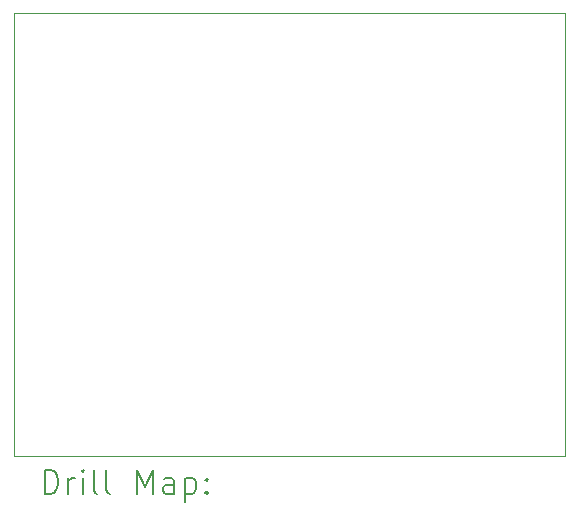
<source format=gbr>
%TF.GenerationSoftware,KiCad,Pcbnew,8.0.3*%
%TF.CreationDate,2025-06-24T11:22:06+03:00*%
%TF.ProjectId,Camera_24-22_Pin,43616d65-7261-45f3-9234-2d32325f5069,rev?*%
%TF.SameCoordinates,Original*%
%TF.FileFunction,Drillmap*%
%TF.FilePolarity,Positive*%
%FSLAX45Y45*%
G04 Gerber Fmt 4.5, Leading zero omitted, Abs format (unit mm)*
G04 Created by KiCad (PCBNEW 8.0.3) date 2025-06-24 11:22:06*
%MOMM*%
%LPD*%
G01*
G04 APERTURE LIST*
%ADD10C,0.100000*%
%ADD11C,0.200000*%
G04 APERTURE END LIST*
D10*
X14679000Y-7486000D02*
X19341000Y-7486000D01*
X19341000Y-11240000D01*
X14679000Y-11240000D01*
X14679000Y-7486000D01*
D11*
X14934777Y-11556484D02*
X14934777Y-11356484D01*
X14934777Y-11356484D02*
X14982396Y-11356484D01*
X14982396Y-11356484D02*
X15010967Y-11366008D01*
X15010967Y-11366008D02*
X15030015Y-11385055D01*
X15030015Y-11385055D02*
X15039539Y-11404103D01*
X15039539Y-11404103D02*
X15049062Y-11442198D01*
X15049062Y-11442198D02*
X15049062Y-11470769D01*
X15049062Y-11470769D02*
X15039539Y-11508865D01*
X15039539Y-11508865D02*
X15030015Y-11527912D01*
X15030015Y-11527912D02*
X15010967Y-11546960D01*
X15010967Y-11546960D02*
X14982396Y-11556484D01*
X14982396Y-11556484D02*
X14934777Y-11556484D01*
X15134777Y-11556484D02*
X15134777Y-11423150D01*
X15134777Y-11461246D02*
X15144301Y-11442198D01*
X15144301Y-11442198D02*
X15153824Y-11432674D01*
X15153824Y-11432674D02*
X15172872Y-11423150D01*
X15172872Y-11423150D02*
X15191920Y-11423150D01*
X15258586Y-11556484D02*
X15258586Y-11423150D01*
X15258586Y-11356484D02*
X15249062Y-11366008D01*
X15249062Y-11366008D02*
X15258586Y-11375531D01*
X15258586Y-11375531D02*
X15268110Y-11366008D01*
X15268110Y-11366008D02*
X15258586Y-11356484D01*
X15258586Y-11356484D02*
X15258586Y-11375531D01*
X15382396Y-11556484D02*
X15363348Y-11546960D01*
X15363348Y-11546960D02*
X15353824Y-11527912D01*
X15353824Y-11527912D02*
X15353824Y-11356484D01*
X15487158Y-11556484D02*
X15468110Y-11546960D01*
X15468110Y-11546960D02*
X15458586Y-11527912D01*
X15458586Y-11527912D02*
X15458586Y-11356484D01*
X15715729Y-11556484D02*
X15715729Y-11356484D01*
X15715729Y-11356484D02*
X15782396Y-11499341D01*
X15782396Y-11499341D02*
X15849062Y-11356484D01*
X15849062Y-11356484D02*
X15849062Y-11556484D01*
X16030015Y-11556484D02*
X16030015Y-11451722D01*
X16030015Y-11451722D02*
X16020491Y-11432674D01*
X16020491Y-11432674D02*
X16001443Y-11423150D01*
X16001443Y-11423150D02*
X15963348Y-11423150D01*
X15963348Y-11423150D02*
X15944301Y-11432674D01*
X16030015Y-11546960D02*
X16010967Y-11556484D01*
X16010967Y-11556484D02*
X15963348Y-11556484D01*
X15963348Y-11556484D02*
X15944301Y-11546960D01*
X15944301Y-11546960D02*
X15934777Y-11527912D01*
X15934777Y-11527912D02*
X15934777Y-11508865D01*
X15934777Y-11508865D02*
X15944301Y-11489817D01*
X15944301Y-11489817D02*
X15963348Y-11480293D01*
X15963348Y-11480293D02*
X16010967Y-11480293D01*
X16010967Y-11480293D02*
X16030015Y-11470769D01*
X16125253Y-11423150D02*
X16125253Y-11623150D01*
X16125253Y-11432674D02*
X16144301Y-11423150D01*
X16144301Y-11423150D02*
X16182396Y-11423150D01*
X16182396Y-11423150D02*
X16201443Y-11432674D01*
X16201443Y-11432674D02*
X16210967Y-11442198D01*
X16210967Y-11442198D02*
X16220491Y-11461246D01*
X16220491Y-11461246D02*
X16220491Y-11518388D01*
X16220491Y-11518388D02*
X16210967Y-11537436D01*
X16210967Y-11537436D02*
X16201443Y-11546960D01*
X16201443Y-11546960D02*
X16182396Y-11556484D01*
X16182396Y-11556484D02*
X16144301Y-11556484D01*
X16144301Y-11556484D02*
X16125253Y-11546960D01*
X16306205Y-11537436D02*
X16315729Y-11546960D01*
X16315729Y-11546960D02*
X16306205Y-11556484D01*
X16306205Y-11556484D02*
X16296682Y-11546960D01*
X16296682Y-11546960D02*
X16306205Y-11537436D01*
X16306205Y-11537436D02*
X16306205Y-11556484D01*
X16306205Y-11432674D02*
X16315729Y-11442198D01*
X16315729Y-11442198D02*
X16306205Y-11451722D01*
X16306205Y-11451722D02*
X16296682Y-11442198D01*
X16296682Y-11442198D02*
X16306205Y-11432674D01*
X16306205Y-11432674D02*
X16306205Y-11451722D01*
M02*

</source>
